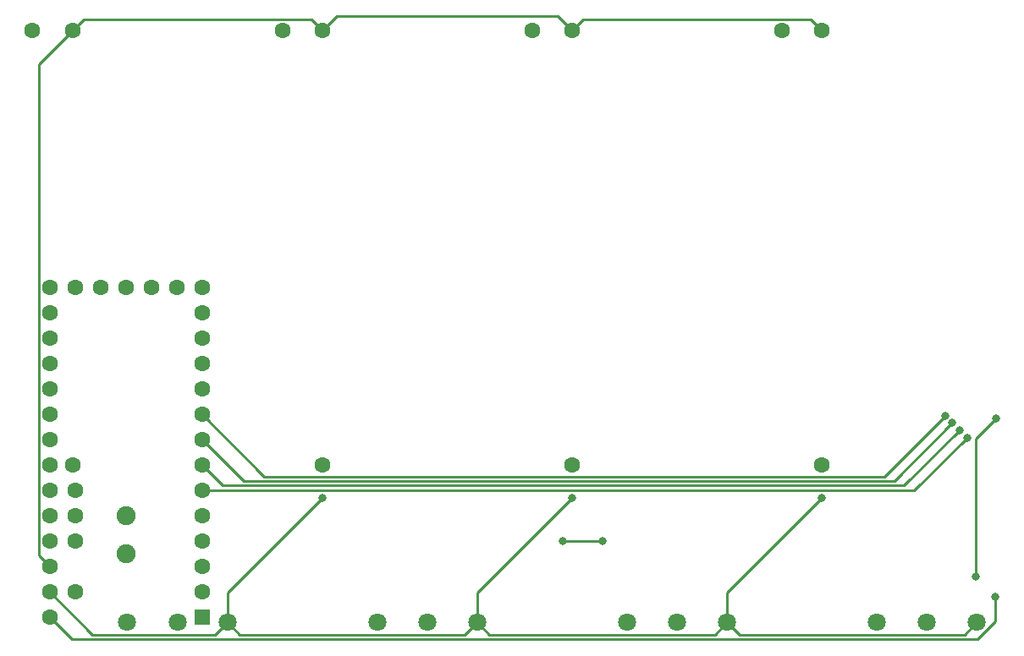
<source format=gbr>
%TF.GenerationSoftware,KiCad,Pcbnew,(6.0.4)*%
%TF.CreationDate,2022-06-13T21:37:06-04:00*%
%TF.ProjectId,midimania,6d696469-6d61-46e6-9961-2e6b69636164,rev?*%
%TF.SameCoordinates,Original*%
%TF.FileFunction,Copper,L2,Bot*%
%TF.FilePolarity,Positive*%
%FSLAX46Y46*%
G04 Gerber Fmt 4.6, Leading zero omitted, Abs format (unit mm)*
G04 Created by KiCad (PCBNEW (6.0.4)) date 2022-06-13 21:37:06*
%MOMM*%
%LPD*%
G01*
G04 APERTURE LIST*
%TA.AperFunction,ComponentPad*%
%ADD10C,1.600000*%
%TD*%
%TA.AperFunction,ComponentPad*%
%ADD11C,1.800000*%
%TD*%
%TA.AperFunction,ComponentPad*%
%ADD12R,1.600000X1.600000*%
%TD*%
%TA.AperFunction,ComponentPad*%
%ADD13C,1.900000*%
%TD*%
%TA.AperFunction,ViaPad*%
%ADD14C,0.800000*%
%TD*%
%TA.AperFunction,Conductor*%
%ADD15C,0.250000*%
%TD*%
G04 APERTURE END LIST*
D10*
%TO.P,RV6,1,1*%
%TO.N,/3v3*%
X132400000Y-73243000D03*
%TO.P,RV6,2,2*%
%TO.N,/l2*%
X128400000Y-73243000D03*
%TO.P,RV6,3,3*%
%TO.N,/agnd*%
X132400000Y-116743000D03*
%TD*%
D11*
%TO.P,RV4,1,1*%
%TO.N,/3v3*%
X187900000Y-132493000D03*
%TO.P,RV4,2,2*%
%TO.N,/p4*%
X192900000Y-132493000D03*
%TO.P,RV4,3,3*%
%TO.N,/agnd*%
X197900000Y-132493000D03*
%TD*%
D10*
%TO.P,RV5,1,1*%
%TO.N,/3v3*%
X107400000Y-73243000D03*
%TO.P,RV5,2,2*%
%TO.N,/l1*%
X103400000Y-73243000D03*
%TO.P,RV5,3,3*%
%TO.N,/agnd*%
X107400000Y-116743000D03*
%TD*%
%TO.P,RV8,1,1*%
%TO.N,/3v3*%
X182400000Y-73243000D03*
%TO.P,RV8,2,2*%
%TO.N,/l4*%
X178400000Y-73243000D03*
%TO.P,RV8,3,3*%
%TO.N,/agnd*%
X182400000Y-116743000D03*
%TD*%
D11*
%TO.P,RV2,1,1*%
%TO.N,/3v3*%
X137900000Y-132493000D03*
%TO.P,RV2,2,2*%
%TO.N,/p2*%
X142900000Y-132493000D03*
%TO.P,RV2,3,3*%
%TO.N,/agnd*%
X147900000Y-132493000D03*
%TD*%
D12*
%TO.P,U1,1,GND*%
%TO.N,GND*%
X120400000Y-131990000D03*
D10*
%TO.P,U1,2,0_RX1_Touch*%
%TO.N,/b8*%
X120400000Y-129450000D03*
%TO.P,U1,3,1_TX1_Touch*%
%TO.N,/b7*%
X120400000Y-126910000D03*
%TO.P,U1,4,2*%
%TO.N,/b6*%
X120400000Y-124370000D03*
%TO.P,U1,5,3_TX_PWM*%
%TO.N,/b5*%
X120400000Y-121830000D03*
%TO.P,U1,6,4_RX_PWM*%
%TO.N,/b4*%
X120400000Y-119290000D03*
%TO.P,U1,7,5_TX1_PWM*%
%TO.N,/b3*%
X120400000Y-116750000D03*
%TO.P,U1,8,6_PWM*%
%TO.N,/b2*%
X120400000Y-114210000D03*
%TO.P,U1,9,7_RX3_DOUT*%
%TO.N,/b1*%
X120400000Y-111670000D03*
%TO.P,U1,10,8_TX3_DIN*%
%TO.N,unconnected-(U1-Pad10)*%
X120400000Y-109130000D03*
%TO.P,U1,11,9_RX2_CS_PWM*%
%TO.N,unconnected-(U1-Pad11)*%
X120400000Y-106590000D03*
%TO.P,U1,12,10_TX2_CS_PWM*%
%TO.N,unconnected-(U1-Pad12)*%
X120400000Y-104050000D03*
%TO.P,U1,13,11_DOUT*%
%TO.N,unconnected-(U1-Pad13)*%
X120400000Y-101510000D03*
%TO.P,U1,14,12_DIN*%
%TO.N,unconnected-(U1-Pad14)*%
X120400000Y-98970000D03*
%TO.P,U1,15,VBat*%
%TO.N,unconnected-(U1-Pad15)*%
X117860000Y-98970000D03*
%TO.P,U1,16,3.3V*%
%TO.N,unconnected-(U1-Pad16)*%
X115320000Y-98970000D03*
%TO.P,U1,17,GND*%
%TO.N,unconnected-(U1-Pad17)*%
X112780000Y-98970000D03*
%TO.P,U1,18,Program*%
%TO.N,unconnected-(U1-Pad18)*%
X110240000Y-98970000D03*
%TO.P,U1,19,A14/DAC*%
%TO.N,unconnected-(U1-Pad19)*%
X107700000Y-98970000D03*
%TO.P,U1,20,13_LED_SCK*%
%TO.N,unconnected-(U1-Pad20)*%
X105160000Y-98970000D03*
%TO.P,U1,21,14_A0_SCK*%
%TO.N,/l1*%
X105160000Y-101510000D03*
%TO.P,U1,22,15_A1_CS_Touch*%
%TO.N,/l2*%
X105160000Y-104050000D03*
%TO.P,U1,23,16_A2_SCL0_Touch*%
%TO.N,/l3*%
X105160000Y-106590000D03*
%TO.P,U1,24,17_A3_SDA0_Touch*%
%TO.N,/l4*%
X105160000Y-109130000D03*
%TO.P,U1,25,18_A4_SDA0_Touch*%
%TO.N,/p4*%
X105160000Y-111670000D03*
%TO.P,U1,26,19_A5_SCL0_Touch*%
%TO.N,/p3*%
X105160000Y-114210000D03*
%TO.P,U1,27,20_A6_CS_PWM*%
%TO.N,/p2*%
X105160000Y-116750000D03*
%TO.P,U1,28,21_A7_RX1_CS_PWM*%
%TO.N,/p1*%
X105160000Y-119290000D03*
%TO.P,U1,29,22_A8_Touch_PWM*%
%TO.N,unconnected-(U1-Pad29)*%
X105160000Y-121830000D03*
%TO.P,U1,30,23_A9_Touch_PWM*%
%TO.N,unconnected-(U1-Pad30)*%
X105160000Y-124370000D03*
%TO.P,U1,31,3.3V*%
%TO.N,/3v3*%
X105160000Y-126910000D03*
%TO.P,U1,32,AGND*%
%TO.N,/agnd*%
X105160000Y-129450000D03*
%TO.P,U1,33,Vin*%
%TO.N,/5v*%
X105160000Y-131990000D03*
%TO.P,U1,34,VUSB*%
%TO.N,unconnected-(U1-Pad34)*%
X107700000Y-129450000D03*
%TO.P,U1,35,AREF*%
%TO.N,unconnected-(U1-Pad35)*%
X107700000Y-124370000D03*
%TO.P,U1,36,A10*%
%TO.N,unconnected-(U1-Pad36)*%
X107700000Y-121830000D03*
%TO.P,U1,37,A11*%
%TO.N,unconnected-(U1-Pad37)*%
X107700000Y-119290000D03*
D13*
%TO.P,U1,38,Reset*%
%TO.N,unconnected-(U1-Pad38)*%
X112780000Y-121830000D03*
X112780000Y-125640000D03*
%TD*%
D11*
%TO.P,RV3,1,1*%
%TO.N,/3v3*%
X162900000Y-132493000D03*
%TO.P,RV3,2,2*%
%TO.N,/p3*%
X167900000Y-132493000D03*
%TO.P,RV3,3,3*%
%TO.N,/agnd*%
X172900000Y-132493000D03*
%TD*%
D10*
%TO.P,RV7,1,1*%
%TO.N,/3v3*%
X157400000Y-73243000D03*
%TO.P,RV7,2,2*%
%TO.N,/l3*%
X153400000Y-73243000D03*
%TO.P,RV7,3,3*%
%TO.N,/agnd*%
X157400000Y-116743000D03*
%TD*%
D11*
%TO.P,RV1,1,1*%
%TO.N,/3v3*%
X112900000Y-132493000D03*
%TO.P,RV1,2,2*%
%TO.N,/p1*%
X117900000Y-132493000D03*
%TO.P,RV1,3,3*%
%TO.N,/agnd*%
X122900000Y-132493000D03*
%TD*%
D14*
%TO.N,/b5*%
X160450000Y-124350000D03*
X156500000Y-124350000D03*
%TO.N,/b1*%
X194724549Y-111799951D03*
%TO.N,/b2*%
X195431304Y-112506706D03*
%TO.N,/b3*%
X196138059Y-113213461D03*
%TO.N,/b4*%
X196912299Y-113987701D03*
%TO.N,/5v*%
X199750000Y-129900000D03*
X197750000Y-127900000D03*
X199775000Y-112075000D03*
%TO.N,/agnd*%
X182400000Y-120014500D03*
X157400000Y-120014500D03*
X132400000Y-120014500D03*
%TD*%
D15*
%TO.N,/b5*%
X156500000Y-124350000D02*
X160450000Y-124350000D01*
%TO.N,/b1*%
X194724549Y-111799951D02*
X188656989Y-117867511D01*
X126597511Y-117867511D02*
X120400000Y-111670000D01*
X188656989Y-117867511D02*
X126597511Y-117867511D01*
%TO.N,/b2*%
X195431304Y-112506706D02*
X189620979Y-118317031D01*
X189620979Y-118317031D02*
X124507031Y-118317031D01*
X124507031Y-118317031D02*
X120400000Y-114210000D01*
%TO.N,/b3*%
X196138059Y-113213461D02*
X190584969Y-118766551D01*
X190584969Y-118766551D02*
X122416551Y-118766551D01*
X122416551Y-118766551D02*
X120400000Y-116750000D01*
%TO.N,/b4*%
X191610000Y-119290000D02*
X120400000Y-119290000D01*
X196912299Y-113987701D02*
X191610000Y-119290000D01*
%TO.N,/5v*%
X197750000Y-114100000D02*
X199775000Y-112075000D01*
X197982969Y-134167031D02*
X199750000Y-132400000D01*
X105160000Y-131990000D02*
X107337031Y-134167031D01*
X107337031Y-134167031D02*
X197982969Y-134167031D01*
X197750000Y-127900000D02*
X197750000Y-114100000D01*
X199750000Y-132400000D02*
X199750000Y-129900000D01*
%TO.N,/3v3*%
X157400000Y-73243000D02*
X158524511Y-72118489D01*
X104035489Y-125785489D02*
X104035489Y-76607511D01*
X107400000Y-73243000D02*
X108524511Y-72118489D01*
X158524511Y-72118489D02*
X181275489Y-72118489D01*
X104035489Y-76607511D02*
X107400000Y-73243000D01*
X132400000Y-73243000D02*
X133843000Y-71800000D01*
X133843000Y-71800000D02*
X155957000Y-71800000D01*
X108524511Y-72118489D02*
X131275489Y-72118489D01*
X105160000Y-126910000D02*
X104035489Y-125785489D01*
X181275489Y-72118489D02*
X182400000Y-73243000D01*
X155957000Y-71800000D02*
X157400000Y-73243000D01*
X131275489Y-72118489D02*
X132400000Y-73243000D01*
%TO.N,/agnd*%
X149124511Y-133717511D02*
X171675489Y-133717511D01*
X122900000Y-132493000D02*
X122900000Y-129514500D01*
X147900000Y-129514500D02*
X157400000Y-120014500D01*
X122900000Y-132493000D02*
X124124511Y-133717511D01*
X147900000Y-132493000D02*
X147900000Y-129514500D01*
X147900000Y-132493000D02*
X149124511Y-133717511D01*
X121675489Y-133717511D02*
X122900000Y-132493000D01*
X172900000Y-132493000D02*
X174124511Y-133717511D01*
X146675489Y-133717511D02*
X147900000Y-132493000D01*
X196675489Y-133717511D02*
X197900000Y-132493000D01*
X105160000Y-129450000D02*
X109427511Y-133717511D01*
X174124511Y-133717511D02*
X196675489Y-133717511D01*
X172900000Y-132493000D02*
X172900000Y-129514500D01*
X109427511Y-133717511D02*
X121675489Y-133717511D01*
X172900000Y-129514500D02*
X182400000Y-120014500D01*
X171675489Y-133717511D02*
X172900000Y-132493000D01*
X124124511Y-133717511D02*
X146675489Y-133717511D01*
X122900000Y-129514500D02*
X132400000Y-120014500D01*
%TD*%
M02*

</source>
